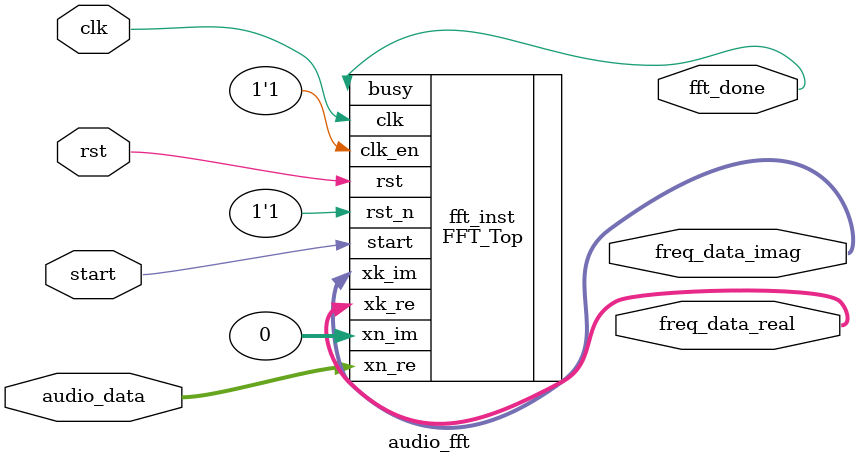
<source format=v>
module audio_fft #
(
    parameter FFT_POINTS = 1024, // FFT点数
    parameter DATA_WIDTH = 16    // 数据宽度
)
(
    input wire clk,                // 时钟信号
    input wire rst,                // 复位信号
    input wire start,              // 开始信号
    input wire signed [DATA_WIDTH-1:0] audio_data, // 音频数据输入
    output wire [DATA_WIDTH-1:0] freq_data_real, // 频谱数据实部输出
    output wire [DATA_WIDTH-1:0] freq_data_imag, // 频谱数据虚部输出（虽然我们不使用它）
    output wire fft_done           // FFT完成信号
);

    // FFT IP核实例化
    FFT_Top #(
        .FFT_POINTS(FFT_POINTS),
        .DATA_WIDTH(DATA_WIDTH)
    ) fft_inst (
        .clk(clk),
        .rst(rst),
        .start(start),
        .xn_re(audio_data),       // 实部输入
        .xn_im(0),                 // 虚部输入（设为0）
        .clk_en(1'b1),             // 时钟使能
        .rst_n(1'b1),              // 复位使能
        .busy(fft_done),           // FFT完成信号
        .xk_re(freq_data_real),    // 实部输出
        .xk_im(freq_data_imag)     // 虚部输出
    );

    // 其他控制逻辑（如启动条件、数据流控制等）可以根据需要添加

endmodule
</source>
